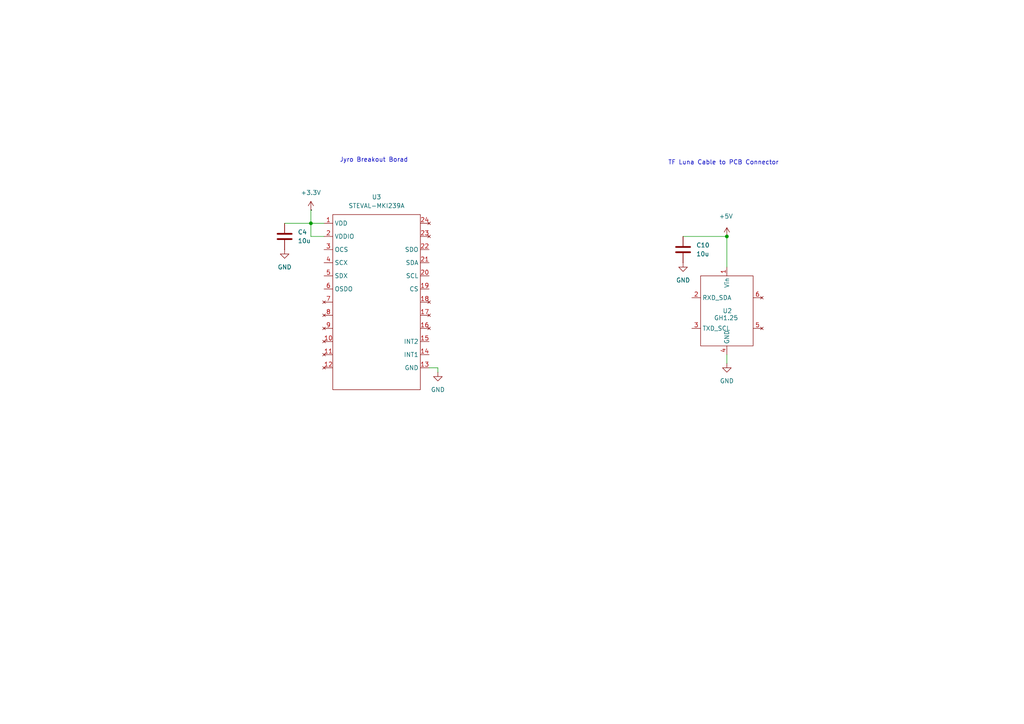
<source format=kicad_sch>
(kicad_sch
	(version 20250114)
	(generator "eeschema")
	(generator_version "9.0")
	(uuid "9b07cce8-80d3-4ee5-9e41-31a8ef5a033e")
	(paper "A4")
	(lib_symbols
		(symbol "Device:C"
			(pin_numbers
				(hide yes)
			)
			(pin_names
				(offset 0.254)
			)
			(exclude_from_sim no)
			(in_bom yes)
			(on_board yes)
			(property "Reference" "C"
				(at 0.635 2.54 0)
				(effects
					(font
						(size 1.27 1.27)
					)
					(justify left)
				)
			)
			(property "Value" "C"
				(at 0.635 -2.54 0)
				(effects
					(font
						(size 1.27 1.27)
					)
					(justify left)
				)
			)
			(property "Footprint" ""
				(at 0.9652 -3.81 0)
				(effects
					(font
						(size 1.27 1.27)
					)
					(hide yes)
				)
			)
			(property "Datasheet" "~"
				(at 0 0 0)
				(effects
					(font
						(size 1.27 1.27)
					)
					(hide yes)
				)
			)
			(property "Description" "Unpolarized capacitor"
				(at 0 0 0)
				(effects
					(font
						(size 1.27 1.27)
					)
					(hide yes)
				)
			)
			(property "ki_keywords" "cap capacitor"
				(at 0 0 0)
				(effects
					(font
						(size 1.27 1.27)
					)
					(hide yes)
				)
			)
			(property "ki_fp_filters" "C_*"
				(at 0 0 0)
				(effects
					(font
						(size 1.27 1.27)
					)
					(hide yes)
				)
			)
			(symbol "C_0_1"
				(polyline
					(pts
						(xy -2.032 0.762) (xy 2.032 0.762)
					)
					(stroke
						(width 0.508)
						(type default)
					)
					(fill
						(type none)
					)
				)
				(polyline
					(pts
						(xy -2.032 -0.762) (xy 2.032 -0.762)
					)
					(stroke
						(width 0.508)
						(type default)
					)
					(fill
						(type none)
					)
				)
			)
			(symbol "C_1_1"
				(pin passive line
					(at 0 3.81 270)
					(length 2.794)
					(name "~"
						(effects
							(font
								(size 1.27 1.27)
							)
						)
					)
					(number "1"
						(effects
							(font
								(size 1.27 1.27)
							)
						)
					)
				)
				(pin passive line
					(at 0 -3.81 90)
					(length 2.794)
					(name "~"
						(effects
							(font
								(size 1.27 1.27)
							)
						)
					)
					(number "2"
						(effects
							(font
								(size 1.27 1.27)
							)
						)
					)
				)
			)
			(embedded_fonts no)
		)
		(symbol "power:+3.3V"
			(power)
			(pin_numbers
				(hide yes)
			)
			(pin_names
				(offset 0)
				(hide yes)
			)
			(exclude_from_sim no)
			(in_bom yes)
			(on_board yes)
			(property "Reference" "#PWR"
				(at 0 -3.81 0)
				(effects
					(font
						(size 1.27 1.27)
					)
					(hide yes)
				)
			)
			(property "Value" "+3.3V"
				(at 0 3.556 0)
				(effects
					(font
						(size 1.27 1.27)
					)
				)
			)
			(property "Footprint" ""
				(at 0 0 0)
				(effects
					(font
						(size 1.27 1.27)
					)
					(hide yes)
				)
			)
			(property "Datasheet" ""
				(at 0 0 0)
				(effects
					(font
						(size 1.27 1.27)
					)
					(hide yes)
				)
			)
			(property "Description" "Power symbol creates a global label with name \"+3.3V\""
				(at 0 0 0)
				(effects
					(font
						(size 1.27 1.27)
					)
					(hide yes)
				)
			)
			(property "ki_keywords" "global power"
				(at 0 0 0)
				(effects
					(font
						(size 1.27 1.27)
					)
					(hide yes)
				)
			)
			(symbol "+3.3V_0_1"
				(polyline
					(pts
						(xy -0.762 1.27) (xy 0 2.54)
					)
					(stroke
						(width 0)
						(type default)
					)
					(fill
						(type none)
					)
				)
				(polyline
					(pts
						(xy 0 2.54) (xy 0.762 1.27)
					)
					(stroke
						(width 0)
						(type default)
					)
					(fill
						(type none)
					)
				)
				(polyline
					(pts
						(xy 0 0) (xy 0 2.54)
					)
					(stroke
						(width 0)
						(type default)
					)
					(fill
						(type none)
					)
				)
			)
			(symbol "+3.3V_1_1"
				(pin power_in line
					(at 0 0 90)
					(length 0)
					(name "~"
						(effects
							(font
								(size 1.27 1.27)
							)
						)
					)
					(number "1"
						(effects
							(font
								(size 1.27 1.27)
							)
						)
					)
				)
			)
			(embedded_fonts no)
		)
		(symbol "power:+5V"
			(power)
			(pin_numbers
				(hide yes)
			)
			(pin_names
				(offset 0)
				(hide yes)
			)
			(exclude_from_sim no)
			(in_bom yes)
			(on_board yes)
			(property "Reference" "#PWR"
				(at 0 -3.81 0)
				(effects
					(font
						(size 1.27 1.27)
					)
					(hide yes)
				)
			)
			(property "Value" "+5V"
				(at 0 3.556 0)
				(effects
					(font
						(size 1.27 1.27)
					)
				)
			)
			(property "Footprint" ""
				(at 0 0 0)
				(effects
					(font
						(size 1.27 1.27)
					)
					(hide yes)
				)
			)
			(property "Datasheet" ""
				(at 0 0 0)
				(effects
					(font
						(size 1.27 1.27)
					)
					(hide yes)
				)
			)
			(property "Description" "Power symbol creates a global label with name \"+5V\""
				(at 0 0 0)
				(effects
					(font
						(size 1.27 1.27)
					)
					(hide yes)
				)
			)
			(property "ki_keywords" "global power"
				(at 0 0 0)
				(effects
					(font
						(size 1.27 1.27)
					)
					(hide yes)
				)
			)
			(symbol "+5V_0_1"
				(polyline
					(pts
						(xy -0.762 1.27) (xy 0 2.54)
					)
					(stroke
						(width 0)
						(type default)
					)
					(fill
						(type none)
					)
				)
				(polyline
					(pts
						(xy 0 2.54) (xy 0.762 1.27)
					)
					(stroke
						(width 0)
						(type default)
					)
					(fill
						(type none)
					)
				)
				(polyline
					(pts
						(xy 0 0) (xy 0 2.54)
					)
					(stroke
						(width 0)
						(type default)
					)
					(fill
						(type none)
					)
				)
			)
			(symbol "+5V_1_1"
				(pin power_in line
					(at 0 0 90)
					(length 0)
					(name "~"
						(effects
							(font
								(size 1.27 1.27)
							)
						)
					)
					(number "1"
						(effects
							(font
								(size 1.27 1.27)
							)
						)
					)
				)
			)
			(embedded_fonts no)
		)
		(symbol "power:GND"
			(power)
			(pin_numbers
				(hide yes)
			)
			(pin_names
				(offset 0)
				(hide yes)
			)
			(exclude_from_sim no)
			(in_bom yes)
			(on_board yes)
			(property "Reference" "#PWR"
				(at 0 -6.35 0)
				(effects
					(font
						(size 1.27 1.27)
					)
					(hide yes)
				)
			)
			(property "Value" "GND"
				(at 0 -3.81 0)
				(effects
					(font
						(size 1.27 1.27)
					)
				)
			)
			(property "Footprint" ""
				(at 0 0 0)
				(effects
					(font
						(size 1.27 1.27)
					)
					(hide yes)
				)
			)
			(property "Datasheet" ""
				(at 0 0 0)
				(effects
					(font
						(size 1.27 1.27)
					)
					(hide yes)
				)
			)
			(property "Description" "Power symbol creates a global label with name \"GND\" , ground"
				(at 0 0 0)
				(effects
					(font
						(size 1.27 1.27)
					)
					(hide yes)
				)
			)
			(property "ki_keywords" "global power"
				(at 0 0 0)
				(effects
					(font
						(size 1.27 1.27)
					)
					(hide yes)
				)
			)
			(symbol "GND_0_1"
				(polyline
					(pts
						(xy 0 0) (xy 0 -1.27) (xy 1.27 -1.27) (xy 0 -2.54) (xy -1.27 -1.27) (xy 0 -1.27)
					)
					(stroke
						(width 0)
						(type default)
					)
					(fill
						(type none)
					)
				)
			)
			(symbol "GND_1_1"
				(pin power_in line
					(at 0 0 270)
					(length 0)
					(name "~"
						(effects
							(font
								(size 1.27 1.27)
							)
						)
					)
					(number "1"
						(effects
							(font
								(size 1.27 1.27)
							)
						)
					)
				)
			)
			(embedded_fonts no)
		)
		(symbol "spinning_top:STEVAL-MKI239A"
			(exclude_from_sim no)
			(in_bom yes)
			(on_board yes)
			(property "Reference" "U"
				(at 0 0 0)
				(effects
					(font
						(size 1.27 1.27)
					)
				)
			)
			(property "Value" "STEVAL-MKI239A"
				(at 0 0 0)
				(effects
					(font
						(size 1.27 1.27)
					)
				)
			)
			(property "Footprint" ""
				(at 0 0 0)
				(effects
					(font
						(size 1.27 1.27)
					)
					(hide yes)
				)
			)
			(property "Datasheet" ""
				(at 0 0 0)
				(effects
					(font
						(size 1.27 1.27)
					)
					(hide yes)
				)
			)
			(property "Description" ""
				(at 0 0 0)
				(effects
					(font
						(size 1.27 1.27)
					)
					(hide yes)
				)
			)
			(symbol "STEVAL-MKI239A_0_1"
				(rectangle
					(start -12.7 25.4)
					(end 12.7 -25.4)
					(stroke
						(width 0)
						(type default)
					)
					(fill
						(type none)
					)
				)
			)
			(symbol "STEVAL-MKI239A_1_1"
				(pin power_in line
					(at -15.24 22.86 0)
					(length 2.54)
					(name "VDD"
						(effects
							(font
								(size 1.27 1.27)
							)
						)
					)
					(number "1"
						(effects
							(font
								(size 1.27 1.27)
							)
						)
					)
				)
				(pin power_in line
					(at -15.24 19.05 0)
					(length 2.54)
					(name "VDDIO"
						(effects
							(font
								(size 1.27 1.27)
							)
						)
					)
					(number "2"
						(effects
							(font
								(size 1.27 1.27)
							)
						)
					)
				)
				(pin input line
					(at -15.24 15.24 0)
					(length 2.54)
					(name "OCS"
						(effects
							(font
								(size 1.27 1.27)
							)
						)
					)
					(number "3"
						(effects
							(font
								(size 1.27 1.27)
							)
						)
					)
				)
				(pin input line
					(at -15.24 11.43 0)
					(length 2.54)
					(name "SCX"
						(effects
							(font
								(size 1.27 1.27)
							)
						)
					)
					(number "4"
						(effects
							(font
								(size 1.27 1.27)
							)
						)
					)
				)
				(pin input line
					(at -15.24 7.62 0)
					(length 2.54)
					(name "SDX"
						(effects
							(font
								(size 1.27 1.27)
							)
						)
					)
					(number "5"
						(effects
							(font
								(size 1.27 1.27)
							)
						)
					)
				)
				(pin output line
					(at -15.24 3.81 0)
					(length 2.54)
					(name "OSDO"
						(effects
							(font
								(size 1.27 1.27)
							)
						)
					)
					(number "6"
						(effects
							(font
								(size 1.27 1.27)
							)
						)
					)
				)
				(pin no_connect line
					(at -15.24 0 0)
					(length 2.54)
					(name ""
						(effects
							(font
								(size 1.27 1.27)
							)
						)
					)
					(number "7"
						(effects
							(font
								(size 1.27 1.27)
							)
						)
					)
				)
				(pin no_connect line
					(at -15.24 -3.81 0)
					(length 2.54)
					(name ""
						(effects
							(font
								(size 1.27 1.27)
							)
						)
					)
					(number "8"
						(effects
							(font
								(size 1.27 1.27)
							)
						)
					)
				)
				(pin no_connect line
					(at -15.24 -7.62 0)
					(length 2.54)
					(name ""
						(effects
							(font
								(size 1.27 1.27)
							)
						)
					)
					(number "9"
						(effects
							(font
								(size 1.27 1.27)
							)
						)
					)
				)
				(pin no_connect line
					(at -15.24 -11.43 0)
					(length 2.54)
					(name ""
						(effects
							(font
								(size 1.27 1.27)
							)
						)
					)
					(number "10"
						(effects
							(font
								(size 1.27 1.27)
							)
						)
					)
				)
				(pin no_connect line
					(at -15.24 -15.24 0)
					(length 2.54)
					(name ""
						(effects
							(font
								(size 1.27 1.27)
							)
						)
					)
					(number "11"
						(effects
							(font
								(size 1.27 1.27)
							)
						)
					)
				)
				(pin no_connect line
					(at -15.24 -19.05 0)
					(length 2.54)
					(name ""
						(effects
							(font
								(size 1.27 1.27)
							)
						)
					)
					(number "12"
						(effects
							(font
								(size 1.27 1.27)
							)
						)
					)
				)
				(pin no_connect line
					(at 15.24 22.86 180)
					(length 2.54)
					(name ""
						(effects
							(font
								(size 1.27 1.27)
							)
						)
					)
					(number "24"
						(effects
							(font
								(size 1.27 1.27)
							)
						)
					)
				)
				(pin no_connect line
					(at 15.24 19.05 180)
					(length 2.54)
					(name ""
						(effects
							(font
								(size 1.27 1.27)
							)
						)
					)
					(number "23"
						(effects
							(font
								(size 1.27 1.27)
							)
						)
					)
				)
				(pin output line
					(at 15.24 15.24 180)
					(length 2.54)
					(name "SDO"
						(effects
							(font
								(size 1.27 1.27)
							)
						)
					)
					(number "22"
						(effects
							(font
								(size 1.27 1.27)
							)
						)
					)
				)
				(pin bidirectional line
					(at 15.24 11.43 180)
					(length 2.54)
					(name "SDA"
						(effects
							(font
								(size 1.27 1.27)
							)
						)
					)
					(number "21"
						(effects
							(font
								(size 1.27 1.27)
							)
						)
					)
				)
				(pin input line
					(at 15.24 7.62 180)
					(length 2.54)
					(name "SCL"
						(effects
							(font
								(size 1.27 1.27)
							)
						)
					)
					(number "20"
						(effects
							(font
								(size 1.27 1.27)
							)
						)
					)
				)
				(pin input line
					(at 15.24 3.81 180)
					(length 2.54)
					(name "CS"
						(effects
							(font
								(size 1.27 1.27)
							)
						)
					)
					(number "19"
						(effects
							(font
								(size 1.27 1.27)
							)
						)
					)
				)
				(pin no_connect line
					(at 15.24 0 180)
					(length 2.54)
					(name ""
						(effects
							(font
								(size 1.27 1.27)
							)
						)
					)
					(number "18"
						(effects
							(font
								(size 1.27 1.27)
							)
						)
					)
				)
				(pin no_connect line
					(at 15.24 -3.81 180)
					(length 2.54)
					(name ""
						(effects
							(font
								(size 1.27 1.27)
							)
						)
					)
					(number "17"
						(effects
							(font
								(size 1.27 1.27)
							)
						)
					)
				)
				(pin no_connect line
					(at 15.24 -7.62 180)
					(length 2.54)
					(name ""
						(effects
							(font
								(size 1.27 1.27)
							)
						)
					)
					(number "16"
						(effects
							(font
								(size 1.27 1.27)
							)
						)
					)
				)
				(pin input line
					(at 15.24 -11.43 180)
					(length 2.54)
					(name "INT2"
						(effects
							(font
								(size 1.27 1.27)
							)
						)
					)
					(number "15"
						(effects
							(font
								(size 1.27 1.27)
							)
						)
					)
				)
				(pin input line
					(at 15.24 -15.24 180)
					(length 2.54)
					(name "INT1"
						(effects
							(font
								(size 1.27 1.27)
							)
						)
					)
					(number "14"
						(effects
							(font
								(size 1.27 1.27)
							)
						)
					)
				)
				(pin power_in line
					(at 15.24 -19.05 180)
					(length 2.54)
					(name "GND"
						(effects
							(font
								(size 1.27 1.27)
							)
						)
					)
					(number "13"
						(effects
							(font
								(size 1.27 1.27)
							)
						)
					)
				)
			)
			(embedded_fonts no)
		)
		(symbol "spinning_top:TF_Luna_Connector"
			(exclude_from_sim no)
			(in_bom yes)
			(on_board yes)
			(property "Reference" "U"
				(at 0 0 0)
				(effects
					(font
						(size 1.27 1.27)
					)
				)
			)
			(property "Value" ""
				(at 0 0 0)
				(effects
					(font
						(size 1.27 1.27)
					)
				)
			)
			(property "Footprint" ""
				(at 0 0 0)
				(effects
					(font
						(size 1.27 1.27)
					)
					(hide yes)
				)
			)
			(property "Datasheet" ""
				(at 0 0 0)
				(effects
					(font
						(size 1.27 1.27)
					)
					(hide yes)
				)
			)
			(property "Description" ""
				(at 0 0 0)
				(effects
					(font
						(size 1.27 1.27)
					)
					(hide yes)
				)
			)
			(symbol "TF_Luna_Connector_0_1"
				(rectangle
					(start -7.62 10.16)
					(end 7.62 -10.16)
					(stroke
						(width 0)
						(type default)
					)
					(fill
						(type none)
					)
				)
			)
			(symbol "TF_Luna_Connector_1_1"
				(pin input line
					(at -10.16 3.81 0)
					(length 2.54)
					(name "RXD_SDA"
						(effects
							(font
								(size 1.27 1.27)
							)
						)
					)
					(number "2"
						(effects
							(font
								(size 1.27 1.27)
							)
						)
					)
				)
				(pin output line
					(at -10.16 -5.08 0)
					(length 2.54)
					(name "TXD_SCL"
						(effects
							(font
								(size 1.27 1.27)
							)
						)
					)
					(number "3"
						(effects
							(font
								(size 1.27 1.27)
							)
						)
					)
				)
				(pin power_in line
					(at 0 12.7 270)
					(length 2.54)
					(name "Vin"
						(effects
							(font
								(size 1.27 1.27)
							)
						)
					)
					(number "1"
						(effects
							(font
								(size 1.27 1.27)
							)
						)
					)
				)
				(pin power_in line
					(at 0 -12.7 90)
					(length 2.54)
					(name "GND"
						(effects
							(font
								(size 1.27 1.27)
							)
						)
					)
					(number "4"
						(effects
							(font
								(size 1.27 1.27)
							)
						)
					)
				)
				(pin no_connect line
					(at 10.16 3.81 180)
					(length 2.54)
					(name ""
						(effects
							(font
								(size 1.27 1.27)
							)
						)
					)
					(number "6"
						(effects
							(font
								(size 1.27 1.27)
							)
						)
					)
				)
				(pin no_connect line
					(at 10.16 -5.08 180)
					(length 2.54)
					(name ""
						(effects
							(font
								(size 1.27 1.27)
							)
						)
					)
					(number "5"
						(effects
							(font
								(size 1.27 1.27)
							)
						)
					)
				)
			)
			(embedded_fonts no)
		)
	)
	(text "TF Luna Cable to PCB Connector "
		(exclude_from_sim no)
		(at 210.312 47.244 0)
		(effects
			(font
				(size 1.27 1.27)
			)
		)
		(uuid "663c3e6f-f2d0-490e-9bf6-58dabfe1c519")
	)
	(text "Jyro Breakout Borad\n"
		(exclude_from_sim no)
		(at 108.458 46.482 0)
		(effects
			(font
				(size 1.27 1.27)
			)
		)
		(uuid "c5eb9a53-bd69-4025-99d7-41ed75cbf95c")
	)
	(junction
		(at 210.82 68.58)
		(diameter 0)
		(color 0 0 0 0)
		(uuid "4a610e67-6cac-4297-95e6-35e31b3902d6")
	)
	(junction
		(at 90.17 64.77)
		(diameter 0)
		(color 0 0 0 0)
		(uuid "66709db0-bb02-436f-8337-e72dc30801d6")
	)
	(wire
		(pts
			(xy 90.17 60.96) (xy 90.17 64.77)
		)
		(stroke
			(width 0)
			(type default)
		)
		(uuid "25c4f011-03ee-4b8d-8736-eab80be1dfbc")
	)
	(wire
		(pts
			(xy 210.82 68.58) (xy 210.82 77.47)
		)
		(stroke
			(width 0)
			(type default)
		)
		(uuid "316d32cc-aba2-45b5-ae74-17a71aa3e6d1")
	)
	(wire
		(pts
			(xy 82.55 64.77) (xy 90.17 64.77)
		)
		(stroke
			(width 0)
			(type default)
		)
		(uuid "4b5a3702-2fc2-43aa-b2fc-c4081c8c393a")
	)
	(wire
		(pts
			(xy 210.82 102.87) (xy 210.82 105.41)
		)
		(stroke
			(width 0)
			(type default)
		)
		(uuid "5c98e001-18fe-48fc-9ca2-ce5fc407c003")
	)
	(wire
		(pts
			(xy 93.98 68.58) (xy 90.17 68.58)
		)
		(stroke
			(width 0)
			(type default)
		)
		(uuid "669325a1-f991-4858-8e2a-6e50a671698a")
	)
	(wire
		(pts
			(xy 127 106.68) (xy 127 107.95)
		)
		(stroke
			(width 0)
			(type default)
		)
		(uuid "918ded53-8646-4833-8c2a-17d96c48fbca")
	)
	(wire
		(pts
			(xy 90.17 68.58) (xy 90.17 64.77)
		)
		(stroke
			(width 0)
			(type default)
		)
		(uuid "94ede74c-ad61-455c-af8c-70ae124a1c0f")
	)
	(wire
		(pts
			(xy 124.46 106.68) (xy 127 106.68)
		)
		(stroke
			(width 0)
			(type default)
		)
		(uuid "96d49ce9-48e3-46fa-95ff-ca4c6031e43f")
	)
	(wire
		(pts
			(xy 93.98 64.77) (xy 90.17 64.77)
		)
		(stroke
			(width 0)
			(type default)
		)
		(uuid "9779af86-dd78-4ca1-8335-df0f3eaeeebf")
	)
	(wire
		(pts
			(xy 198.12 68.58) (xy 210.82 68.58)
		)
		(stroke
			(width 0)
			(type default)
		)
		(uuid "c6ca2268-0767-41aa-8d82-9c39c7f5bb7c")
	)
	(label "3.3v_jyro"
		(at 90.17 60.96 0)
		(effects
			(font
				(size 0.0254 0.0254)
			)
			(justify left bottom)
		)
		(uuid "dfa78213-223e-4f3b-9add-2ad603e341cb")
	)
	(symbol
		(lib_id "power:GND")
		(at 198.12 76.2 0)
		(unit 1)
		(exclude_from_sim no)
		(in_bom yes)
		(on_board yes)
		(dnp no)
		(fields_autoplaced yes)
		(uuid "0121f2ac-2db3-417e-9621-5e2096790d7d")
		(property "Reference" "#PWR019"
			(at 198.12 82.55 0)
			(effects
				(font
					(size 1.27 1.27)
				)
				(hide yes)
			)
		)
		(property "Value" "GND"
			(at 198.12 81.28 0)
			(effects
				(font
					(size 1.27 1.27)
				)
			)
		)
		(property "Footprint" ""
			(at 198.12 76.2 0)
			(effects
				(font
					(size 1.27 1.27)
				)
				(hide yes)
			)
		)
		(property "Datasheet" ""
			(at 198.12 76.2 0)
			(effects
				(font
					(size 1.27 1.27)
				)
				(hide yes)
			)
		)
		(property "Description" "Power symbol creates a global label with name \"GND\" , ground"
			(at 198.12 76.2 0)
			(effects
				(font
					(size 1.27 1.27)
				)
				(hide yes)
			)
		)
		(pin "1"
			(uuid "44c046c3-a842-489d-876a-e1283616c491")
		)
		(instances
			(project "Smart_Spinner"
				(path "/f709486d-613a-44bb-9859-6d5f77e05693/8210a77b-8226-4c69-8654-78fe57d58305"
					(reference "#PWR019")
					(unit 1)
				)
			)
		)
	)
	(symbol
		(lib_id "spinning_top:TF_Luna_Connector")
		(at 210.82 90.17 0)
		(unit 1)
		(exclude_from_sim no)
		(in_bom yes)
		(on_board yes)
		(dnp no)
		(uuid "25c7ba92-1882-40c6-afa3-cc0ccc421244")
		(property "Reference" "U2"
			(at 212.344 90.17 0)
			(effects
				(font
					(size 1.27 1.27)
				)
				(justify right)
			)
		)
		(property "Value" "GH1.25"
			(at 214.122 92.202 0)
			(effects
				(font
					(size 1.27 1.27)
				)
				(justify right)
			)
		)
		(property "Footprint" ""
			(at 210.82 90.17 0)
			(effects
				(font
					(size 1.27 1.27)
				)
				(hide yes)
			)
		)
		(property "Datasheet" ""
			(at 210.82 90.17 0)
			(effects
				(font
					(size 1.27 1.27)
				)
				(hide yes)
			)
		)
		(property "Description" ""
			(at 210.82 90.17 0)
			(effects
				(font
					(size 1.27 1.27)
				)
				(hide yes)
			)
		)
		(pin "6"
			(uuid "e134e531-eb30-4efd-ae88-f6d146bcfdeb")
		)
		(pin "3"
			(uuid "7afcc6c8-bfc4-4d08-872a-8aa79ae5bd43")
		)
		(pin "1"
			(uuid "07eaf8ea-6f0d-4716-b0f1-4acdc66df27a")
		)
		(pin "4"
			(uuid "b6a7e7b4-54fc-4d7f-821b-f80e58e561cd")
		)
		(pin "2"
			(uuid "b042d773-3189-41c9-b36d-cb8b44e4a058")
		)
		(pin "5"
			(uuid "9edd6bf2-445f-4524-903a-12ff90b9ace1")
		)
		(instances
			(project "Smart_Spinner"
				(path "/f709486d-613a-44bb-9859-6d5f77e05693/8210a77b-8226-4c69-8654-78fe57d58305"
					(reference "U2")
					(unit 1)
				)
			)
		)
	)
	(symbol
		(lib_id "spinning_top:STEVAL-MKI239A")
		(at 109.22 87.63 0)
		(unit 1)
		(exclude_from_sim no)
		(in_bom yes)
		(on_board yes)
		(dnp no)
		(fields_autoplaced yes)
		(uuid "3cabc3db-919c-4303-a7cc-ee2b5b191fa7")
		(property "Reference" "U3"
			(at 109.22 57.15 0)
			(effects
				(font
					(size 1.27 1.27)
				)
			)
		)
		(property "Value" "STEVAL-MKI239A"
			(at 109.22 59.69 0)
			(effects
				(font
					(size 1.27 1.27)
				)
			)
		)
		(property "Footprint" ""
			(at 109.22 87.63 0)
			(effects
				(font
					(size 1.27 1.27)
				)
				(hide yes)
			)
		)
		(property "Datasheet" ""
			(at 109.22 87.63 0)
			(effects
				(font
					(size 1.27 1.27)
				)
				(hide yes)
			)
		)
		(property "Description" ""
			(at 109.22 87.63 0)
			(effects
				(font
					(size 1.27 1.27)
				)
				(hide yes)
			)
		)
		(pin "3"
			(uuid "40ae2d2a-aa06-45ad-bad3-55ca07d573e3")
		)
		(pin "2"
			(uuid "1f0f7952-6dcc-4c53-913e-dcb840c1e7b5")
		)
		(pin "1"
			(uuid "f739df46-4b01-4ca6-8371-9cdb2e4389dc")
		)
		(pin "23"
			(uuid "4683e238-9bb6-443a-90aa-d2d96240a71b")
		)
		(pin "4"
			(uuid "bd68d9de-fc7a-434c-a1b1-9ece01ff2c56")
		)
		(pin "5"
			(uuid "23c56f61-d3e7-4f80-a3da-38603230c70d")
		)
		(pin "7"
			(uuid "d4f544f7-558d-46b6-88ac-9078230275b5")
		)
		(pin "9"
			(uuid "6cb37fe2-bf2e-41e3-b15c-490bef040aeb")
		)
		(pin "10"
			(uuid "91976827-9327-4362-8fd8-cbacda7e0a1a")
		)
		(pin "11"
			(uuid "cfe58a45-3c65-4cb1-89d1-b888ea174e8d")
		)
		(pin "8"
			(uuid "e3001278-dcc9-41ff-95ed-784797bfa416")
		)
		(pin "12"
			(uuid "123e2fb6-9775-4bc6-8c45-d0da505ecc09")
		)
		(pin "6"
			(uuid "f8bf0186-37d8-44e9-b7b8-063ef2ca33ef")
		)
		(pin "24"
			(uuid "1c4736ae-c5e6-489f-a15f-720aab5c4e36")
		)
		(pin "19"
			(uuid "798cad19-e0b6-4aea-9e99-ca2612c08a30")
		)
		(pin "14"
			(uuid "72d0d1e6-dcb5-462f-8613-1934a898945f")
		)
		(pin "20"
			(uuid "a124c7b9-a5de-45c8-8550-be722855b1e8")
		)
		(pin "18"
			(uuid "d70a98b6-b389-4abf-a32d-aea5a94e4fdd")
		)
		(pin "15"
			(uuid "486cbe3b-546f-406e-98f5-7d1300108d1a")
		)
		(pin "21"
			(uuid "0c1ca30d-6b23-4604-a4b4-a9933d371037")
		)
		(pin "17"
			(uuid "29e7d572-71d3-4905-a341-45b12c1f4f5b")
		)
		(pin "16"
			(uuid "f0bfa8ad-b278-45b6-85b7-40e1a6265908")
		)
		(pin "13"
			(uuid "c150f85a-a8a4-4bac-8010-be21691b3b92")
		)
		(pin "22"
			(uuid "65838c29-d58d-47d3-ae7c-bc0d922dc054")
		)
		(instances
			(project "Smart_Spinner"
				(path "/f709486d-613a-44bb-9859-6d5f77e05693/8210a77b-8226-4c69-8654-78fe57d58305"
					(reference "U3")
					(unit 1)
				)
			)
		)
	)
	(symbol
		(lib_id "Device:C")
		(at 198.12 72.39 0)
		(unit 1)
		(exclude_from_sim no)
		(in_bom yes)
		(on_board yes)
		(dnp no)
		(uuid "489bc237-5596-4b30-9615-4354c7858a77")
		(property "Reference" "C10"
			(at 201.93 71.1199 0)
			(effects
				(font
					(size 1.27 1.27)
				)
				(justify left)
			)
		)
		(property "Value" "10u"
			(at 201.93 73.6599 0)
			(effects
				(font
					(size 1.27 1.27)
				)
				(justify left)
			)
		)
		(property "Footprint" ""
			(at 199.0852 76.2 0)
			(effects
				(font
					(size 1.27 1.27)
				)
				(hide yes)
			)
		)
		(property "Datasheet" "~"
			(at 198.12 72.39 0)
			(effects
				(font
					(size 1.27 1.27)
				)
				(hide yes)
			)
		)
		(property "Description" "Unpolarized capacitor"
			(at 198.12 72.39 0)
			(effects
				(font
					(size 1.27 1.27)
				)
				(hide yes)
			)
		)
		(pin "1"
			(uuid "fd5a0027-2a5d-4ac6-b36d-1d89cc098bc0")
		)
		(pin "2"
			(uuid "cdecf518-1d98-4ecc-9376-8c19886f3e96")
		)
		(instances
			(project "Smart_Spinner"
				(path "/f709486d-613a-44bb-9859-6d5f77e05693/8210a77b-8226-4c69-8654-78fe57d58305"
					(reference "C10")
					(unit 1)
				)
			)
		)
	)
	(symbol
		(lib_id "power:GND")
		(at 210.82 105.41 0)
		(unit 1)
		(exclude_from_sim no)
		(in_bom yes)
		(on_board yes)
		(dnp no)
		(fields_autoplaced yes)
		(uuid "49fe4f79-eaab-41c9-b804-9e1a709983b6")
		(property "Reference" "#PWR018"
			(at 210.82 111.76 0)
			(effects
				(font
					(size 1.27 1.27)
				)
				(hide yes)
			)
		)
		(property "Value" "GND"
			(at 210.82 110.49 0)
			(effects
				(font
					(size 1.27 1.27)
				)
			)
		)
		(property "Footprint" ""
			(at 210.82 105.41 0)
			(effects
				(font
					(size 1.27 1.27)
				)
				(hide yes)
			)
		)
		(property "Datasheet" ""
			(at 210.82 105.41 0)
			(effects
				(font
					(size 1.27 1.27)
				)
				(hide yes)
			)
		)
		(property "Description" "Power symbol creates a global label with name \"GND\" , ground"
			(at 210.82 105.41 0)
			(effects
				(font
					(size 1.27 1.27)
				)
				(hide yes)
			)
		)
		(pin "1"
			(uuid "81d85f7a-94d7-46a0-8b6a-95447b8f4d2b")
		)
		(instances
			(project "Smart_Spinner"
				(path "/f709486d-613a-44bb-9859-6d5f77e05693/8210a77b-8226-4c69-8654-78fe57d58305"
					(reference "#PWR018")
					(unit 1)
				)
			)
		)
	)
	(symbol
		(lib_id "power:+3.3V")
		(at 90.17 60.96 0)
		(unit 1)
		(exclude_from_sim no)
		(in_bom yes)
		(on_board yes)
		(dnp no)
		(fields_autoplaced yes)
		(uuid "4c31e53f-8ccb-433e-9b05-d0d10108f8a3")
		(property "Reference" "#PWR05"
			(at 90.17 64.77 0)
			(effects
				(font
					(size 1.27 1.27)
				)
				(hide yes)
			)
		)
		(property "Value" "+3.3V"
			(at 90.17 55.88 0)
			(effects
				(font
					(size 1.27 1.27)
				)
			)
		)
		(property "Footprint" ""
			(at 90.17 60.96 0)
			(effects
				(font
					(size 1.27 1.27)
				)
				(hide yes)
			)
		)
		(property "Datasheet" ""
			(at 90.17 60.96 0)
			(effects
				(font
					(size 1.27 1.27)
				)
				(hide yes)
			)
		)
		(property "Description" "Power symbol creates a global label with name \"+3.3V\""
			(at 90.17 60.96 0)
			(effects
				(font
					(size 1.27 1.27)
				)
				(hide yes)
			)
		)
		(pin "1"
			(uuid "f55863d2-ccfb-44a3-b7fe-7cc3f0ac4257")
		)
		(instances
			(project "Smart_Spinner"
				(path "/f709486d-613a-44bb-9859-6d5f77e05693/8210a77b-8226-4c69-8654-78fe57d58305"
					(reference "#PWR05")
					(unit 1)
				)
			)
		)
	)
	(symbol
		(lib_id "power:+5V")
		(at 210.82 68.58 0)
		(unit 1)
		(exclude_from_sim no)
		(in_bom yes)
		(on_board yes)
		(dnp no)
		(uuid "5112b9d9-4a0b-467a-a7a8-37e11b5d9896")
		(property "Reference" "#PWR020"
			(at 210.82 72.39 0)
			(effects
				(font
					(size 1.27 1.27)
				)
				(hide yes)
			)
		)
		(property "Value" "+5V"
			(at 210.566 62.738 0)
			(effects
				(font
					(size 1.27 1.27)
				)
			)
		)
		(property "Footprint" ""
			(at 210.82 68.58 0)
			(effects
				(font
					(size 1.27 1.27)
				)
				(hide yes)
			)
		)
		(property "Datasheet" ""
			(at 210.82 68.58 0)
			(effects
				(font
					(size 1.27 1.27)
				)
				(hide yes)
			)
		)
		(property "Description" "Power symbol creates a global label with name \"+5V\""
			(at 210.82 68.58 0)
			(effects
				(font
					(size 1.27 1.27)
				)
				(hide yes)
			)
		)
		(pin "1"
			(uuid "33b74e7b-4acc-4cd4-b93f-4c93419b9804")
		)
		(instances
			(project "Smart_Spinner"
				(path "/f709486d-613a-44bb-9859-6d5f77e05693/8210a77b-8226-4c69-8654-78fe57d58305"
					(reference "#PWR020")
					(unit 1)
				)
			)
		)
	)
	(symbol
		(lib_id "power:GND")
		(at 82.55 72.39 0)
		(unit 1)
		(exclude_from_sim no)
		(in_bom yes)
		(on_board yes)
		(dnp no)
		(fields_autoplaced yes)
		(uuid "77bbd512-9789-4dc8-b956-6d0267c6e244")
		(property "Reference" "#PWR017"
			(at 82.55 78.74 0)
			(effects
				(font
					(size 1.27 1.27)
				)
				(hide yes)
			)
		)
		(property "Value" "GND"
			(at 82.55 77.47 0)
			(effects
				(font
					(size 1.27 1.27)
				)
			)
		)
		(property "Footprint" ""
			(at 82.55 72.39 0)
			(effects
				(font
					(size 1.27 1.27)
				)
				(hide yes)
			)
		)
		(property "Datasheet" ""
			(at 82.55 72.39 0)
			(effects
				(font
					(size 1.27 1.27)
				)
				(hide yes)
			)
		)
		(property "Description" "Power symbol creates a global label with name \"GND\" , ground"
			(at 82.55 72.39 0)
			(effects
				(font
					(size 1.27 1.27)
				)
				(hide yes)
			)
		)
		(pin "1"
			(uuid "32234cdb-88d3-47a1-bcac-72794ca849d5")
		)
		(instances
			(project "Smart_Spinner"
				(path "/f709486d-613a-44bb-9859-6d5f77e05693/8210a77b-8226-4c69-8654-78fe57d58305"
					(reference "#PWR017")
					(unit 1)
				)
			)
		)
	)
	(symbol
		(lib_id "Device:C")
		(at 82.55 68.58 0)
		(unit 1)
		(exclude_from_sim no)
		(in_bom yes)
		(on_board yes)
		(dnp no)
		(fields_autoplaced yes)
		(uuid "849a2864-0d9e-4620-be1c-5b6f35cf7884")
		(property "Reference" "C4"
			(at 86.36 67.3099 0)
			(effects
				(font
					(size 1.27 1.27)
				)
				(justify left)
			)
		)
		(property "Value" "10u"
			(at 86.36 69.8499 0)
			(effects
				(font
					(size 1.27 1.27)
				)
				(justify left)
			)
		)
		(property "Footprint" ""
			(at 83.5152 72.39 0)
			(effects
				(font
					(size 1.27 1.27)
				)
				(hide yes)
			)
		)
		(property "Datasheet" "~"
			(at 82.55 68.58 0)
			(effects
				(font
					(size 1.27 1.27)
				)
				(hide yes)
			)
		)
		(property "Description" "Unpolarized capacitor"
			(at 82.55 68.58 0)
			(effects
				(font
					(size 1.27 1.27)
				)
				(hide yes)
			)
		)
		(pin "1"
			(uuid "01d5b218-5d2d-440e-ac1c-7834b9e48fb3")
		)
		(pin "2"
			(uuid "09de2d85-0c05-4371-91cf-5b834a3026cf")
		)
		(instances
			(project "Smart_Spinner"
				(path "/f709486d-613a-44bb-9859-6d5f77e05693/8210a77b-8226-4c69-8654-78fe57d58305"
					(reference "C4")
					(unit 1)
				)
			)
		)
	)
	(symbol
		(lib_id "power:GND")
		(at 127 107.95 0)
		(unit 1)
		(exclude_from_sim no)
		(in_bom yes)
		(on_board yes)
		(dnp no)
		(fields_autoplaced yes)
		(uuid "adf808ba-e2f4-4ea8-abfb-5bfde5af7d6e")
		(property "Reference" "#PWR011"
			(at 127 114.3 0)
			(effects
				(font
					(size 1.27 1.27)
				)
				(hide yes)
			)
		)
		(property "Value" "GND"
			(at 127 113.03 0)
			(effects
				(font
					(size 1.27 1.27)
				)
			)
		)
		(property "Footprint" ""
			(at 127 107.95 0)
			(effects
				(font
					(size 1.27 1.27)
				)
				(hide yes)
			)
		)
		(property "Datasheet" ""
			(at 127 107.95 0)
			(effects
				(font
					(size 1.27 1.27)
				)
				(hide yes)
			)
		)
		(property "Description" "Power symbol creates a global label with name \"GND\" , ground"
			(at 127 107.95 0)
			(effects
				(font
					(size 1.27 1.27)
				)
				(hide yes)
			)
		)
		(pin "1"
			(uuid "54305a91-6081-4399-b1d8-862a4535a723")
		)
		(instances
			(project "Smart_Spinner"
				(path "/f709486d-613a-44bb-9859-6d5f77e05693/8210a77b-8226-4c69-8654-78fe57d58305"
					(reference "#PWR011")
					(unit 1)
				)
			)
		)
	)
)

</source>
